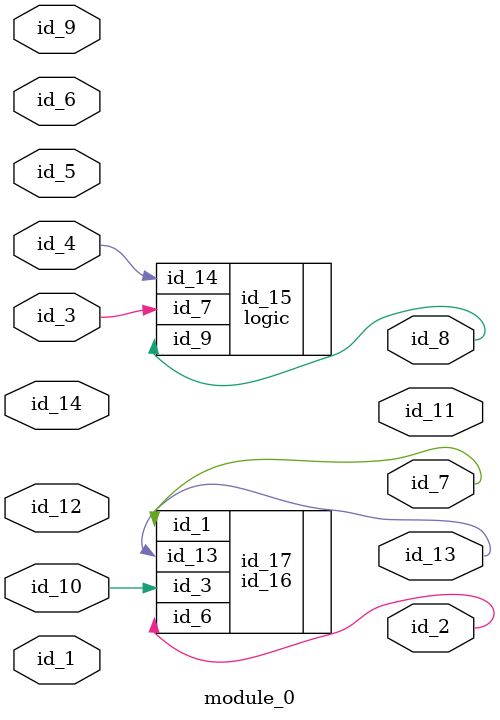
<source format=v>
module module_0 (
    id_1,
    id_2,
    id_3,
    id_4,
    id_5,
    id_6,
    id_7,
    id_8,
    id_9,
    id_10,
    id_11,
    id_12,
    id_13,
    id_14
);
  input id_14;
  output id_13;
  input id_12;
  output id_11;
  input id_10;
  input id_9;
  output id_8;
  output id_7;
  input id_6;
  input id_5;
  input id_4;
  input id_3;
  output id_2;
  input id_1;
  logic id_15 (
      .id_7 (id_14),
      .id_9 (id_8),
      .id_14(id_4),
      .id_7 (id_3)
  );
  id_16 id_17 (
      .id_3 (id_10),
      .id_6 (id_2),
      .id_13(id_13),
      .id_1 (id_7)
  );
endmodule

</source>
